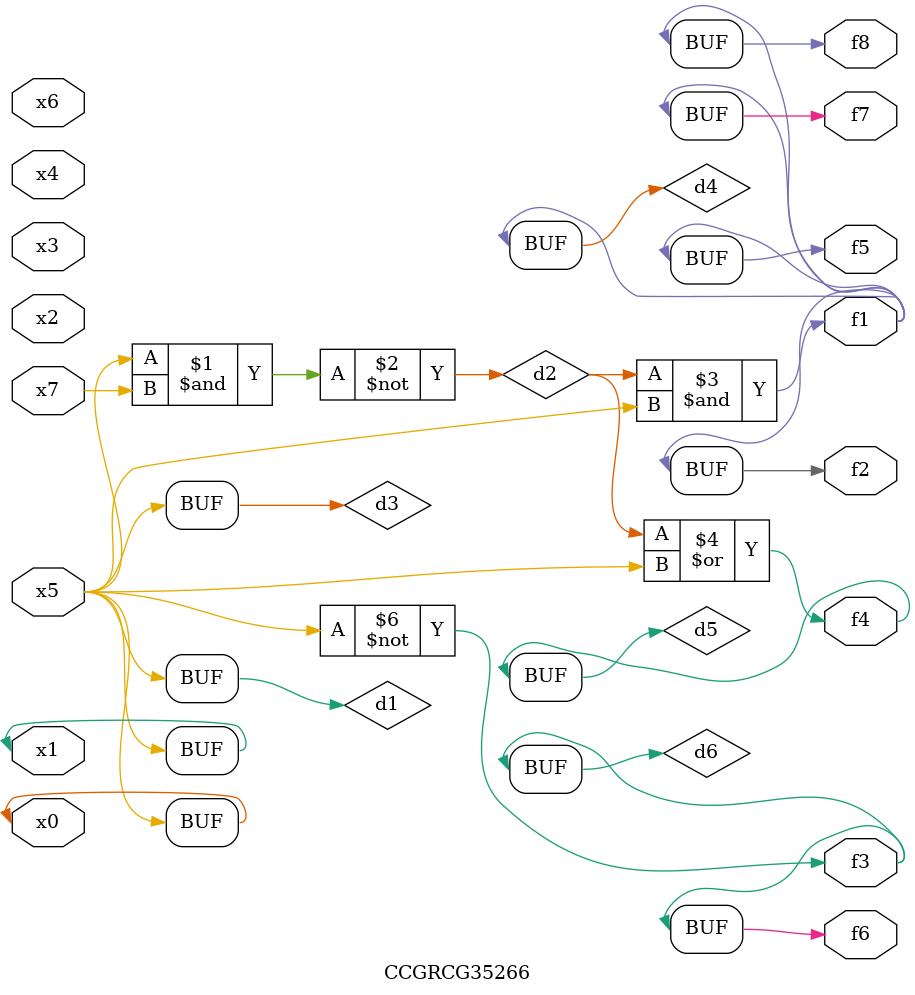
<source format=v>
module CCGRCG35266(
	input x0, x1, x2, x3, x4, x5, x6, x7,
	output f1, f2, f3, f4, f5, f6, f7, f8
);

	wire d1, d2, d3, d4, d5, d6;

	buf (d1, x0, x5);
	nand (d2, x5, x7);
	buf (d3, x0, x1);
	and (d4, d2, d3);
	or (d5, d2, d3);
	nor (d6, d1, d3);
	assign f1 = d4;
	assign f2 = d4;
	assign f3 = d6;
	assign f4 = d5;
	assign f5 = d4;
	assign f6 = d6;
	assign f7 = d4;
	assign f8 = d4;
endmodule

</source>
